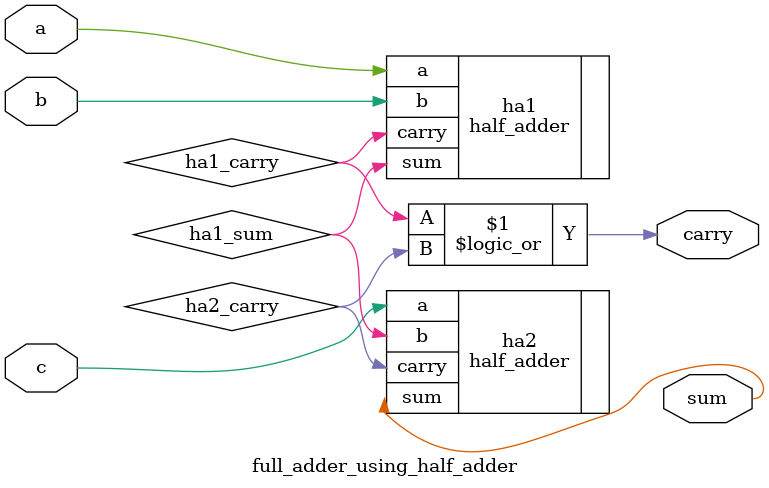
<source format=sv>
module full_adder_using_half_adder(
                                   input logic a,
                                   input logic b,
                                   input logic c,
                                   output logic sum,
                                   output logic carry
                                   );
logic ha1_sum;
logic ha1_carry;
logic ha2_carry;
half_adder ha1(.a(a),.b(b),.sum(ha1_sum),.carry(ha1_carry));
half_adder ha2(.a(c),.b(ha1_sum),.sum(sum),.carry(ha2_carry));
assign carry = ha1_carry || ha2_carry;

endmodule

</source>
